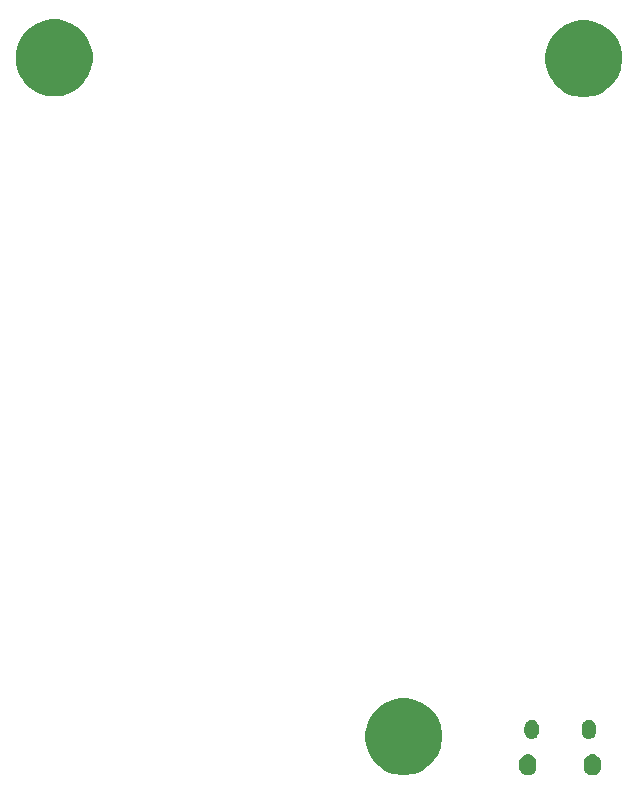
<source format=gbs>
G04 #@! TF.GenerationSoftware,KiCad,Pcbnew,(5.0.1-3-g963ef8bb5)*
G04 #@! TF.CreationDate,2019-10-19T22:42:43+03:00*
G04 #@! TF.ProjectId,kangal-bcu,6B616E67616C2D6263752E6B69636164,rev?*
G04 #@! TF.SameCoordinates,Original*
G04 #@! TF.FileFunction,Soldermask,Bot*
G04 #@! TF.FilePolarity,Negative*
%FSLAX46Y46*%
G04 Gerber Fmt 4.6, Leading zero omitted, Abs format (unit mm)*
G04 Created by KiCad (PCBNEW (5.0.1-3-g963ef8bb5)) date 2019 October 19, Saturday 22:42:43*
%MOMM*%
%LPD*%
G01*
G04 APERTURE LIST*
%ADD10C,0.100000*%
G04 APERTURE END LIST*
D10*
G36*
X217224320Y-113445005D02*
X217361171Y-113486519D01*
X217361173Y-113486520D01*
X217361176Y-113486521D01*
X217487295Y-113553932D01*
X217597843Y-113644657D01*
X217688568Y-113755204D01*
X217755979Y-113881323D01*
X217755979Y-113881324D01*
X217755981Y-113881328D01*
X217797495Y-114018179D01*
X217808000Y-114124841D01*
X217808000Y-114546158D01*
X217797495Y-114652820D01*
X217782936Y-114700814D01*
X217755980Y-114789676D01*
X217688568Y-114915796D01*
X217597843Y-115026343D01*
X217487296Y-115117068D01*
X217361177Y-115184479D01*
X217361174Y-115184480D01*
X217361172Y-115184481D01*
X217224321Y-115225995D01*
X217082000Y-115240012D01*
X216939680Y-115225995D01*
X216802829Y-115184481D01*
X216802827Y-115184480D01*
X216802824Y-115184479D01*
X216676705Y-115117068D01*
X216566160Y-115026345D01*
X216475430Y-114915792D01*
X216408021Y-114789677D01*
X216408019Y-114789672D01*
X216366505Y-114652821D01*
X216356000Y-114546159D01*
X216356000Y-114124842D01*
X216366505Y-114018180D01*
X216408019Y-113881329D01*
X216408020Y-113881327D01*
X216408021Y-113881324D01*
X216475432Y-113755205D01*
X216566157Y-113644657D01*
X216676704Y-113553932D01*
X216802823Y-113486521D01*
X216802826Y-113486520D01*
X216802828Y-113486519D01*
X216939679Y-113445005D01*
X217082000Y-113430988D01*
X217224320Y-113445005D01*
X217224320Y-113445005D01*
G37*
G36*
X222684320Y-113445005D02*
X222821171Y-113486519D01*
X222821173Y-113486520D01*
X222821176Y-113486521D01*
X222947295Y-113553932D01*
X223057843Y-113644657D01*
X223148568Y-113755204D01*
X223215979Y-113881323D01*
X223215979Y-113881324D01*
X223215981Y-113881328D01*
X223257495Y-114018179D01*
X223268000Y-114124841D01*
X223268000Y-114546158D01*
X223257495Y-114652820D01*
X223242936Y-114700814D01*
X223215980Y-114789676D01*
X223148568Y-114915796D01*
X223057843Y-115026343D01*
X222947296Y-115117068D01*
X222821177Y-115184479D01*
X222821174Y-115184480D01*
X222821172Y-115184481D01*
X222684321Y-115225995D01*
X222542000Y-115240012D01*
X222399680Y-115225995D01*
X222262829Y-115184481D01*
X222262827Y-115184480D01*
X222262824Y-115184479D01*
X222136705Y-115117068D01*
X222026160Y-115026345D01*
X221935430Y-114915792D01*
X221868021Y-114789677D01*
X221868019Y-114789672D01*
X221826505Y-114652821D01*
X221816000Y-114546159D01*
X221816000Y-114124842D01*
X221826505Y-114018180D01*
X221868019Y-113881329D01*
X221868020Y-113881327D01*
X221868021Y-113881324D01*
X221935432Y-113755205D01*
X222026157Y-113644657D01*
X222136704Y-113553932D01*
X222262823Y-113486521D01*
X222262826Y-113486520D01*
X222262828Y-113486519D01*
X222399679Y-113445005D01*
X222542000Y-113430988D01*
X222684320Y-113445005D01*
X222684320Y-113445005D01*
G37*
G36*
X207199739Y-108761967D02*
X207513782Y-108824434D01*
X208105426Y-109069501D01*
X208395023Y-109263004D01*
X208637895Y-109425286D01*
X209090714Y-109878105D01*
X209090716Y-109878108D01*
X209446499Y-110410574D01*
X209691566Y-111002218D01*
X209712207Y-111105986D01*
X209816500Y-111630303D01*
X209816500Y-112270697D01*
X209754033Y-112584739D01*
X209691566Y-112898782D01*
X209446499Y-113490426D01*
X209173164Y-113899500D01*
X209090714Y-114022895D01*
X208637895Y-114475714D01*
X208637892Y-114475716D01*
X208105426Y-114831499D01*
X207513782Y-115076566D01*
X207199739Y-115139033D01*
X206885697Y-115201500D01*
X206245303Y-115201500D01*
X205931261Y-115139033D01*
X205617218Y-115076566D01*
X205025574Y-114831499D01*
X204493108Y-114475716D01*
X204493105Y-114475714D01*
X204040286Y-114022895D01*
X203957836Y-113899500D01*
X203684501Y-113490426D01*
X203439434Y-112898782D01*
X203376967Y-112584739D01*
X203314500Y-112270697D01*
X203314500Y-111630303D01*
X203418793Y-111105986D01*
X203439434Y-111002218D01*
X203684501Y-110410574D01*
X204040284Y-109878108D01*
X204040286Y-109878105D01*
X204493105Y-109425286D01*
X204735977Y-109263004D01*
X205025574Y-109069501D01*
X205617218Y-108824434D01*
X205931261Y-108761967D01*
X206245303Y-108699500D01*
X206885697Y-108699500D01*
X207199739Y-108761967D01*
X207199739Y-108761967D01*
G37*
G36*
X217509817Y-110543196D02*
X217623104Y-110577562D01*
X217727512Y-110633369D01*
X217751572Y-110653115D01*
X217819027Y-110708473D01*
X217882711Y-110786072D01*
X217894131Y-110799988D01*
X217949938Y-110904395D01*
X217984304Y-111017682D01*
X217993000Y-111105981D01*
X217993000Y-111565018D01*
X217984304Y-111653318D01*
X217949938Y-111766605D01*
X217894131Y-111871013D01*
X217819027Y-111962527D01*
X217727513Y-112037631D01*
X217623105Y-112093438D01*
X217509818Y-112127804D01*
X217392000Y-112139407D01*
X217274183Y-112127804D01*
X217160896Y-112093438D01*
X217056488Y-112037631D01*
X216964974Y-111962527D01*
X216889869Y-111871012D01*
X216834062Y-111766605D01*
X216799696Y-111653318D01*
X216791000Y-111565019D01*
X216791000Y-111105982D01*
X216799696Y-111017683D01*
X216834062Y-110904396D01*
X216889869Y-110799988D01*
X216931120Y-110749724D01*
X216964973Y-110708473D01*
X217056487Y-110633370D01*
X217056486Y-110633370D01*
X217056488Y-110633369D01*
X217160895Y-110577562D01*
X217274182Y-110543196D01*
X217392000Y-110531593D01*
X217509817Y-110543196D01*
X217509817Y-110543196D01*
G37*
G36*
X222349817Y-110543196D02*
X222463104Y-110577562D01*
X222567512Y-110633369D01*
X222591572Y-110653115D01*
X222659027Y-110708473D01*
X222722711Y-110786072D01*
X222734131Y-110799988D01*
X222789938Y-110904395D01*
X222824304Y-111017682D01*
X222833000Y-111105981D01*
X222833000Y-111565018D01*
X222824304Y-111653318D01*
X222789938Y-111766605D01*
X222734131Y-111871013D01*
X222659027Y-111962527D01*
X222567513Y-112037631D01*
X222463105Y-112093438D01*
X222349818Y-112127804D01*
X222232000Y-112139407D01*
X222114183Y-112127804D01*
X222000896Y-112093438D01*
X221896488Y-112037631D01*
X221804974Y-111962527D01*
X221729869Y-111871012D01*
X221674062Y-111766605D01*
X221639696Y-111653318D01*
X221631000Y-111565019D01*
X221631000Y-111105982D01*
X221639696Y-111017683D01*
X221674062Y-110904396D01*
X221729869Y-110799988D01*
X221771120Y-110749724D01*
X221804973Y-110708473D01*
X221896487Y-110633370D01*
X221896486Y-110633370D01*
X221896488Y-110633369D01*
X222000895Y-110577562D01*
X222114182Y-110543196D01*
X222232000Y-110531593D01*
X222349817Y-110543196D01*
X222349817Y-110543196D01*
G37*
G36*
X222434546Y-51356934D02*
X222753782Y-51420434D01*
X223345426Y-51665501D01*
X223745573Y-51932871D01*
X223877895Y-52021286D01*
X224330714Y-52474105D01*
X224330716Y-52474108D01*
X224686499Y-53006574D01*
X224931566Y-53598218D01*
X224931566Y-53598219D01*
X225056500Y-54226303D01*
X225056500Y-54866697D01*
X224994033Y-55180739D01*
X224931566Y-55494782D01*
X224686499Y-56086426D01*
X224438765Y-56457185D01*
X224330714Y-56618895D01*
X223877895Y-57071714D01*
X223877892Y-57071716D01*
X223345426Y-57427499D01*
X222753782Y-57672566D01*
X222444932Y-57734000D01*
X222125697Y-57797500D01*
X221485303Y-57797500D01*
X221166068Y-57734000D01*
X220857218Y-57672566D01*
X220265574Y-57427499D01*
X219733108Y-57071716D01*
X219733105Y-57071714D01*
X219280286Y-56618895D01*
X219172235Y-56457185D01*
X218924501Y-56086426D01*
X218679434Y-55494782D01*
X218616967Y-55180739D01*
X218554500Y-54866697D01*
X218554500Y-54226303D01*
X218679434Y-53598219D01*
X218679434Y-53598218D01*
X218924501Y-53006574D01*
X219280284Y-52474108D01*
X219280286Y-52474105D01*
X219733105Y-52021286D01*
X219865427Y-51932871D01*
X220265574Y-51665501D01*
X220857218Y-51420434D01*
X221176454Y-51356934D01*
X221485303Y-51295500D01*
X222125697Y-51295500D01*
X222434546Y-51356934D01*
X222434546Y-51356934D01*
G37*
G36*
X177608739Y-51294467D02*
X177922782Y-51356934D01*
X178514426Y-51602001D01*
X178914573Y-51869371D01*
X179046895Y-51957786D01*
X179499714Y-52410605D01*
X179499716Y-52410608D01*
X179855499Y-52943074D01*
X180100566Y-53534718D01*
X180100566Y-53534719D01*
X180225500Y-54162803D01*
X180225500Y-54803197D01*
X180197061Y-54946171D01*
X180100566Y-55431282D01*
X179855499Y-56022926D01*
X179620178Y-56375108D01*
X179499714Y-56555395D01*
X179046895Y-57008214D01*
X179046892Y-57008216D01*
X178514426Y-57363999D01*
X177922782Y-57609066D01*
X177608739Y-57671533D01*
X177294697Y-57734000D01*
X176654303Y-57734000D01*
X176340261Y-57671533D01*
X176026218Y-57609066D01*
X175434574Y-57363999D01*
X174902108Y-57008216D01*
X174902105Y-57008214D01*
X174449286Y-56555395D01*
X174328822Y-56375108D01*
X174093501Y-56022926D01*
X173848434Y-55431282D01*
X173751939Y-54946171D01*
X173723500Y-54803197D01*
X173723500Y-54162803D01*
X173848434Y-53534719D01*
X173848434Y-53534718D01*
X174093501Y-52943074D01*
X174449284Y-52410608D01*
X174449286Y-52410605D01*
X174902105Y-51957786D01*
X175034427Y-51869371D01*
X175434574Y-51602001D01*
X176026218Y-51356934D01*
X176340261Y-51294467D01*
X176654303Y-51232000D01*
X177294697Y-51232000D01*
X177608739Y-51294467D01*
X177608739Y-51294467D01*
G37*
M02*

</source>
